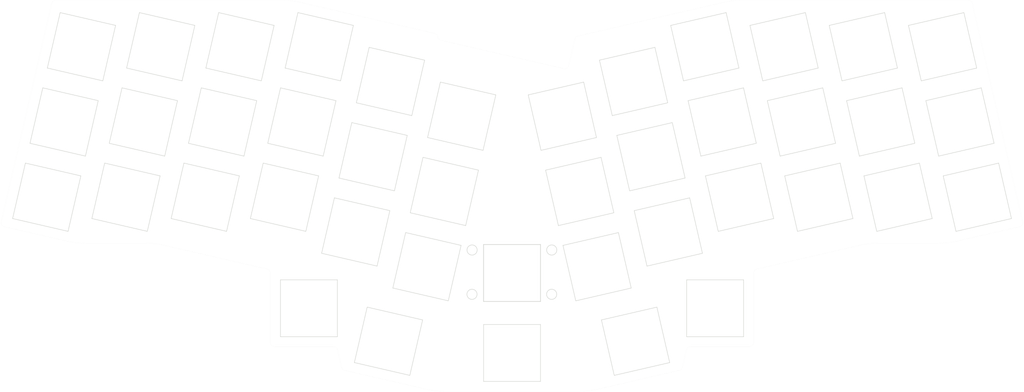
<source format=kicad_pcb>
(kicad_pcb (version 20221018) (generator pcbnew)
  (layers (0 "F.Cu" signal) (31 "B.Cu" signal) (34 "B.Paste" user) (35 "F.Paste" user) (36 "B.SilkS" user "B.Silkscreen") (37 "F.SilkS" user "F.Silkscreen") (38 "B.Mask" user) (39 "F.Mask" user) (44 "Edge.Cuts" user))
  (net 0 "")
  (footprint "kbd:SW_Hole" (layer "F.Cu") (at 147.783703 123.117158)
    (fp_text reference "SW39" hide)
    (fp_text value "SW_2U_PUSH" hide)
    (fp_line (start -7 -7) (end -7 7) (stroke (width 0.12)) (layer "Edge.Cuts"))
    (fp_line (start -7 7) (end 7 7) (stroke (width 0.12)) (layer "Edge.Cuts"))
    (fp_line (start 7 -7) (end -7 -7) (stroke (width 0.12)) (layer "Edge.Cuts"))
    (fp_line (start 7 7) (end 7 -7) (stroke (width 0.12)) (layer "Edge.Cuts"))
  )
  (footprint "kbd:SW_Hole" (layer "F.Cu") (at 197.749557 112.133412)
    (fp_text reference "SW41" hide)
    (fp_text value "SW_PUSH" hide)
    (fp_line (start -7 -7) (end -7 7) (stroke (width 0.12)) (layer "Edge.Cuts"))
    (fp_line (start -7 7) (end 7 7) (stroke (width 0.12)) (layer "Edge.Cuts"))
    (fp_line (start 7 -7) (end -7 -7) (stroke (width 0.12)) (layer "Edge.Cuts"))
    (fp_line (start 7 7) (end 7 -7) (stroke (width 0.12)) (layer "Edge.Cuts"))
  )
  (footprint "kbd:SW_Hole" (layer "F.Cu") (at 97.817844 112.133411)
    (fp_text reference "SW37" hide)
    (fp_text value "SW_PUSH" hide)
    (fp_line (start -7 -7) (end -7 7) (stroke (width 0.12)) (layer "Edge.Cuts"))
    (fp_line (start -7 7) (end 7 7) (stroke (width 0.12)) (layer "Edge.Cuts"))
    (fp_line (start 7 -7) (end -7 -7) (stroke (width 0.12)) (layer "Edge.Cuts"))
    (fp_line (start 7 7) (end 7 -7) (stroke (width 0.12)) (layer "Edge.Cuts"))
  )
  (footprint "kbd:SW_Hole" (layer "F.Cu") (at 131.129333 83.382938 -13)
    (fp_text reference "SW12" hide)
    (fp_text value "SW_PUSH" hide)
    (fp_line (start -7 -7) (end -7 7) (stroke (width 0.12)) (layer "Edge.Cuts"))
    (fp_line (start -7 7) (end 7 7) (stroke (width 0.12)) (layer "Edge.Cuts"))
    (fp_line (start 7 -7) (end -7 -7) (stroke (width 0.12)) (layer "Edge.Cuts"))
    (fp_line (start 7 7) (end 7 -7) (stroke (width 0.12)) (layer "Edge.Cuts"))
  )
  (footprint "kbd:SW_Hole" (layer "F.Cu") (at 126.855263 101.895967 167)
    (fp_text reference "SW18" hide)
    (fp_text value "SW_PUSH" hide)
    (fp_line (start -7 -7) (end -7 7) (stroke (width 0.12)) (layer "Edge.Cuts"))
    (fp_line (start -7 7) (end 7 7) (stroke (width 0.12)) (layer "Edge.Cuts"))
    (fp_line (start 7 -7) (end -7 -7) (stroke (width 0.12)) (layer "Edge.Cuts"))
    (fp_line (start 7 7) (end 7 -7) (stroke (width 0.12)) (layer "Edge.Cuts"))
  )
  (footprint "kbd:SW_Hole" (layer "F.Cu") (at 135.403404 64.869909 -13)
    (fp_text reference "SW6" hide)
    (fp_text value "SW_PUSH" hide)
    (fp_line (start -7 -7) (end -7 7) (stroke (width 0.12)) (layer "Edge.Cuts"))
    (fp_line (start -7 7) (end 7 7) (stroke (width 0.12)) (layer "Edge.Cuts"))
    (fp_line (start 7 -7) (end -7 -7) (stroke (width 0.12)) (layer "Edge.Cuts"))
    (fp_line (start 7 7) (end 7 -7) (stroke (width 0.12)) (layer "Edge.Cuts"))
  )
  (footprint "kbd:SW_Hole" (layer "F.Cu") (at 113.603051 74.834796 -13)
    (fp_text reference "SW11" hide)
    (fp_text value "SW_PUSH" hide)
    (fp_line (start -7 -7) (end -7 7) (stroke (width 0.12)) (layer "Edge.Cuts"))
    (fp_line (start -7 7) (end 7 7) (stroke (width 0.12)) (layer "Edge.Cuts"))
    (fp_line (start 7 -7) (end -7 -7) (stroke (width 0.12)) (layer "Edge.Cuts"))
    (fp_line (start 7 7) (end 7 -7) (stroke (width 0.12)) (layer "Edge.Cuts"))
  )
  (footprint "kbd:SW_Hole" (layer "F.Cu") (at 109.328982 93.347832 -13)
    (fp_text reference "SW17" hide)
    (fp_text value "SW_PUSH" hide)
    (fp_line (start -7 -7) (end -7 7) (stroke (width 0.12)) (layer "Edge.Cuts"))
    (fp_line (start -7 7) (end 7 7) (stroke (width 0.12)) (layer "Edge.Cuts"))
    (fp_line (start 7 -7) (end -7 -7) (stroke (width 0.12)) (layer "Edge.Cuts"))
    (fp_line (start 7 7) (end 7 -7) (stroke (width 0.12)) (layer "Edge.Cuts"))
  )
  (footprint "kbd:SW_Hole" (layer "F.Cu") (at 117.877121 56.32177 -13)
    (fp_text reference "SW5" hide)
    (fp_text value "SW_PUSH" hide)
    (fp_line (start -7 -7) (end -7 7) (stroke (width 0.12)) (layer "Edge.Cuts"))
    (fp_line (start -7 7) (end 7 7) (stroke (width 0.12)) (layer "Edge.Cuts"))
    (fp_line (start 7 -7) (end -7 -7) (stroke (width 0.12)) (layer "Edge.Cuts"))
    (fp_line (start 7 7) (end 7 -7) (stroke (width 0.12)) (layer "Edge.Cuts"))
  )
  (footprint "kbd:SW_Hole" (layer "F.Cu") (at 91.802696 84.799691 -13)
    (fp_text reference "SW16" hide)
    (fp_text value "SW_PUSH" hide)
    (fp_line (start -7 -7) (end -7 7) (stroke (width 0.12)) (layer "Edge.Cuts"))
    (fp_line (start -7 7) (end 7 7) (stroke (width 0.12)) (layer "Edge.Cuts"))
    (fp_line (start 7 -7) (end -7 -7) (stroke (width 0.12)) (layer "Edge.Cuts"))
    (fp_line (start 7 7) (end 7 -7) (stroke (width 0.12)) (layer "Edge.Cuts"))
  )
  (footprint "kbd:SW_Hole" (layer "F.Cu") (at 100.350837 47.773629 -13)
    (fp_text reference "SW4" hide)
    (fp_text value "SW_PUSH" hide)
    (fp_line (start -7 -7) (end -7 7) (stroke (width 0.12)) (layer "Edge.Cuts"))
    (fp_line (start -7 7) (end 7 7) (stroke (width 0.12)) (layer "Edge.Cuts"))
    (fp_line (start 7 -7) (end -7 -7) (stroke (width 0.12)) (layer "Edge.Cuts"))
    (fp_line (start 7 7) (end 7 -7) (stroke (width 0.12)) (layer "Edge.Cuts"))
  )
  (footprint "kbd:SW_Hole" (layer "F.Cu") (at 96.076767 66.28666 -13)
    (fp_text reference "SW10" hide)
    (fp_text value "SW_PUSH" hide)
    (fp_line (start -7 -7) (end -7 7) (stroke (width 0.12)) (layer "Edge.Cuts"))
    (fp_line (start -7 7) (end 7 7) (stroke (width 0.12)) (layer "Edge.Cuts"))
    (fp_line (start 7 -7) (end -7 -7) (stroke (width 0.12)) (layer "Edge.Cuts"))
    (fp_line (start 7 7) (end 7 -7) (stroke (width 0.12)) (layer "Edge.Cuts"))
  )
  (footprint "kbd:SW_Hole" (layer "F.Cu") (at 80.85106 47.773628 -13)
    (fp_text reference "SW3" hide)
    (fp_text value "SW_PUSH" hide)
    (fp_line (start -7 -7) (end -7 7) (stroke (width 0.12)) (layer "Edge.Cuts"))
    (fp_line (start -7 7) (end 7 7) (stroke (width 0.12)) (layer "Edge.Cuts"))
    (fp_line (start 7 -7) (end -7 -7) (stroke (width 0.12)) (layer "Edge.Cuts"))
    (fp_line (start 7 7) (end 7 -7) (stroke (width 0.12)) (layer "Edge.Cuts"))
  )
  (footprint "kbd:SW_Hole" (layer "F.Cu") (at 76.576985 66.286658 -13)
    (fp_text reference "SW9" hide)
    (fp_text value "SW_PUSH" hide)
    (fp_line (start -7 -7) (end -7 7) (stroke (width 0.12)) (layer "Edge.Cuts"))
    (fp_line (start -7 7) (end 7 7) (stroke (width 0.12)) (layer "Edge.Cuts"))
    (fp_line (start 7 -7) (end -7 -7) (stroke (width 0.12)) (layer "Edge.Cuts"))
    (fp_line (start 7 7) (end 7 -7) (stroke (width 0.12)) (layer "Edge.Cuts"))
  )
  (footprint "kbd:SW_Hole" (layer "F.Cu") (at 72.302916 84.799689 -13)
    (fp_text reference "SW15" hide)
    (fp_text value "SW_PUSH" hide)
    (fp_line (start -7 -7) (end -7 7) (stroke (width 0.12)) (layer "Edge.Cuts"))
    (fp_line (start -7 7) (end 7 7) (stroke (width 0.12)) (layer "Edge.Cuts"))
    (fp_line (start 7 -7) (end -7 -7) (stroke (width 0.12)) (layer "Edge.Cuts"))
    (fp_line (start 7 7) (end 7 -7) (stroke (width 0.12)) (layer "Edge.Cuts"))
  )
  (footprint "kbd:SW_Hole" (layer "F.Cu") (at 57.07721 66.286659 -13)
    (fp_text reference "SW8" hide)
    (fp_text value "SW_PUSH" hide)
    (fp_line (start -7 -7) (end -7 7) (stroke (width 0.12)) (layer "Edge.Cuts"))
    (fp_line (start -7 7) (end 7 7) (stroke (width 0.12)) (layer "Edge.Cuts"))
    (fp_line (start 7 -7) (end -7 -7) (stroke (width 0.12)) (layer "Edge.Cuts"))
    (fp_line (start 7 7) (end 7 -7) (stroke (width 0.12)) (layer "Edge.Cuts"))
  )
  (footprint "kbd:SW_Hole" (layer "F.Cu") (at 61.351282 47.773625 -13)
    (fp_text reference "SW2" hide)
    (fp_text value "SW_PUSH" hide)
    (fp_line (start -7 -7) (end -7 7) (stroke (width 0.12)) (layer "Edge.Cuts"))
    (fp_line (start -7 7) (end 7 7) (stroke (width 0.12)) (layer "Edge.Cuts"))
    (fp_line (start 7 -7) (end -7 -7) (stroke (width 0.12)) (layer "Edge.Cuts"))
    (fp_line (start 7 7) (end 7 -7) (stroke (width 0.12)) (layer "Edge.Cuts"))
  )
  (footprint "kbd:SW_Hole" (layer "F.Cu") (at 52.803139 84.799687 -13)
    (fp_text reference "SW14" hide)
    (fp_text value "SW_PUSH" hide)
    (fp_line (start -7 -7) (end -7 7) (stroke (width 0.12)) (layer "Edge.Cuts"))
    (fp_line (start -7 7) (end 7 7) (stroke (width 0.12)) (layer "Edge.Cuts"))
    (fp_line (start 7 -7) (end -7 -7) (stroke (width 0.12)) (layer "Edge.Cuts"))
    (fp_line (start 7 7) (end 7 -7) (stroke (width 0.12)) (layer "Edge.Cuts"))
  )
  (footprint "kbd:SW_Hole" (layer "F.Cu") (at 37.577428 66.286658 -13)
    (fp_text reference "SW7" hide)
    (fp_text value "SW_PUSH" hide)
    (fp_line (start -7 -7) (end -7 7) (stroke (width 0.12)) (layer "Edge.Cuts"))
    (fp_line (start -7 7) (end 7 7) (stroke (width 0.12)) (layer "Edge.Cuts"))
    (fp_line (start 7 -7) (end -7 -7) (stroke (width 0.12)) (layer "Edge.Cuts"))
    (fp_line (start 7 7) (end 7 -7) (stroke (width 0.12)) (layer "Edge.Cuts"))
  )
  (footprint "kbd:SW_Hole" (layer "F.Cu") (at 33.303359 84.799687 -13)
    (fp_text reference "SW13" hide)
    (fp_text value "SW_PUSH" hide)
    (fp_line (start -7 -7) (end -7 7) (stroke (width 0.12)) (layer "Edge.Cuts"))
    (fp_line (start -7 7) (end 7 7) (stroke (width 0.12)) (layer "Edge.Cuts"))
    (fp_line (start 7 -7) (end -7 -7) (stroke (width 0.12)) (layer "Edge.Cuts"))
    (fp_line (start 7 7) (end 7 -7) (stroke (width 0.12)) (layer "Edge.Cuts"))
  )
  (footprint "kbd:SW_Hole" (layer "F.Cu") (at 41.851498 47.77363 -13)
    (fp_text reference "SW1" hide)
    (fp_text value "SW_PUSH" hide)
    (fp_line (start -7 -7) (end -7 7) (stroke (width 0.12)) (layer "Edge.Cuts"))
    (fp_line (start -7 7) (end 7 7) (stroke (width 0.12)) (layer "Edge.Cuts"))
    (fp_line (start 7 -7) (end -7 -7) (stroke (width 0.12)) (layer "Edge.Cuts"))
    (fp_line (start 7 7) (end 7 -7) (stroke (width 0.12)) (layer "Edge.Cuts"))
  )
  (footprint "kbd:SW_Hole" (layer "F.Cu") (at 117.390154 120.236859 -13)
    (fp_text reference "SW38" hide)
    (fp_text value "SW_PUSH" hide)
    (fp_line (start -7 -7) (end -7 7) (stroke (width 0.12)) (layer "Edge.Cuts"))
    (fp_line (start -7 7) (end 7 7) (stroke (width 0.12)) (layer "Edge.Cuts"))
    (fp_line (start 7 -7) (end -7 -7) (stroke (width 0.12)) (layer "Edge.Cuts"))
    (fp_line (start 7 7) (end 7 -7) (stroke (width 0.12)) (layer "Edge.Cuts"))
  )
  (footprint "kbd:SW_Hole" (layer "F.Cu") (at 178.177253 120.236857 13)
    (fp_text reference "SW40" hide)
    (fp_text value "SW_PUSH" hide)
    (fp_line (start -7 -7) (end -7 7) (stroke (width 0.12)) (layer "Edge.Cuts"))
    (fp_line (start -7 7) (end 7 7) (stroke (width 0.12)) (layer "Edge.Cuts"))
    (fp_line (start 7 -7) (end -7 -7) (stroke (width 0.12)) (layer "Edge.Cuts"))
    (fp_line (start 7 7) (end 7 -7) (stroke (width 0.12)) (layer "Edge.Cuts"))
  )
  (footprint "kbd:SW_Hole" (layer "F.Cu") (at 262.264043 84.799694 13)
    (fp_text reference "SW36" hide)
    (fp_text value "SW_PUSH" hide)
    (fp_line (start -7 -7) (end -7 7) (stroke (width 0.12)) (layer "Edge.Cuts"))
    (fp_line (start -7 7) (end 7 7) (stroke (width 0.12)) (layer "Edge.Cuts"))
    (fp_line (start 7 -7) (end -7 -7) (stroke (width 0.12)) (layer "Edge.Cuts"))
    (fp_line (start 7 7) (end 7 -7) (stroke (width 0.12)) (layer "Edge.Cuts"))
  )
  (footprint "kbd:SW_Hole" (layer "F.Cu") (at 234.216125 47.773626 13)
    (fp_text reference "SW23" hide)
    (fp_text value "SW_PUSH" hide)
    (fp_line (start -7 -7) (end -7 7) (stroke (width 0.12)) (layer "Edge.Cuts"))
    (fp_line (start -7 7) (end 7 7) (stroke (width 0.12)) (layer "Edge.Cuts"))
    (fp_line (start 7 -7) (end -7 -7) (stroke (width 0.12)) (layer "Edge.Cuts"))
    (fp_line (start 7 7) (end 7 -7) (stroke (width 0.12)) (layer "Edge.Cuts"))
  )
  (footprint "kbd:SW_Hole" (layer "F.Cu") (at 242.764266 84.799692 13)
    (fp_text reference "SW35" hide)
    (fp_text value "SW_PUSH" hide)
    (fp_line (start -7 -7) (end -7 7) (stroke (width 0.12)) (layer "Edge.Cuts"))
    (fp_line (start -7 7) (end 7 7) (stroke (width 0.12)) (layer "Edge.Cuts"))
    (fp_line (start 7 -7) (end -7 -7) (stroke (width 0.12)) (layer "Edge.Cuts"))
    (fp_line (start 7 7) (end 7 -7) (stroke (width 0.12)) (layer "Edge.Cuts"))
  )
  (footprint "kbd:SW_Hole" (layer "F.Cu") (at 238.490196 66.28666 13)
    (fp_text reference "SW29" hide)
    (fp_text value "SW_PUSH" hide)
    (fp_line (start -7 -7) (end -7 7) (stroke (width 0.12)) (layer "Edge.Cuts"))
    (fp_line (start -7 7) (end 7 7) (stroke (width 0.12)) (layer "Edge.Cuts"))
    (fp_line (start 7 -7) (end -7 -7) (stroke (width 0.12)) (layer "Edge.Cuts"))
    (fp_line (start 7 7) (end 7 -7) (stroke (width 0.12)) (layer "Edge.Cuts"))
  )
  (footprint "kbd:SW_Hole" (layer "F.Cu") (at 253.715903 47.773629 13)
    (fp_text reference "SW24" hide)
    (fp_text value "SW_PUSH" hide)
    (fp_line (start -7 -7) (end -7 7) (stroke (width 0.12)) (layer "Edge.Cuts"))
    (fp_line (start -7 7) (end 7 7) (stroke (width 0.12)) (layer "Edge.Cuts"))
    (fp_line (start 7 -7) (end -7 -7) (stroke (width 0.12)) (layer "Edge.Cuts"))
    (fp_line (start 7 7) (end 7 -7) (stroke (width 0.12)) (layer "Edge.Cuts"))
  )
  (footprint "kbd:SW_Hole" (layer "F.Cu") (at 257.989974 66.286656 13)
    (fp_text reference "SW30" hide)
    (fp_text value "SW_PUSH" hide)
    (fp_line (start -7 -7) (end -7 7) (stroke (width 0.12)) (layer "Edge.Cuts"))
    (fp_line (start -7 7) (end 7 7) (stroke (width 0.12)) (layer "Edge.Cuts"))
    (fp_line (start 7 -7) (end -7 -7) (stroke (width 0.12)) (layer "Edge.Cuts"))
    (fp_line (start 7 7) (end 7 -7) (stroke (width 0.12)) (layer "Edge.Cuts"))
  )
  (footprint "kbd:SW_Hole" (layer "F.Cu") (at 218.990417 66.286659 13)
    (fp_text reference "SW28" hide)
    (fp_text value "SW_PUSH" hide)
    (fp_line (start -7 -7) (end -7 7) (stroke (width 0.12)) (layer "Edge.Cuts"))
    (fp_line (start -7 7) (end 7 7) (stroke (width 0.12)) (layer "Edge.Cuts"))
    (fp_line (start 7 -7) (end -7 -7) (stroke (width 0.12)) (layer "Edge.Cuts"))
    (fp_line (start 7 7) (end 7 -7) (stroke (width 0.12)) (layer "Edge.Cuts"))
  )
  (footprint "kbd:SW_Hole" (layer "F.Cu") (at 223.264488 84.79969 13)
    (fp_text reference "SW34" hide)
    (fp_text value "SW_PUSH" hide)
    (fp_line (start -7 -7) (end -7 7) (stroke (width 0.12)) (layer "Edge.Cuts"))
    (fp_line (start -7 7) (end 7 7) (stroke (width 0.12)) (layer "Edge.Cuts"))
    (fp_line (start 7 -7) (end -7 -7) (stroke (width 0.12)) (layer "Edge.Cuts"))
    (fp_line (start 7 7) (end 7 -7) (stroke (width 0.12)) (layer "Edge.Cuts"))
  )
  (footprint "kbd:SW_Hole" (layer "F.Cu") (at 214.716348 47.773628 13)
    (fp_text reference "SW22" hide)
    (fp_text value "SW_PUSH" hide)
    (fp_line (start -7 -7) (end -7 7) (stroke (width 0.12)) (layer "Edge.Cuts"))
    (fp_line (start -7 7) (end 7 7) (stroke (width 0.12)) (layer "Edge.Cuts"))
    (fp_line (start 7 -7) (end -7 -7) (stroke (width 0.12)) (layer "Edge.Cuts"))
    (fp_line (start 7 7) (end 7 -7) (stroke (width 0.12)) (layer "Edge.Cuts"))
  )
  (footprint "kbd:SW_Hole" (layer "F.Cu") (at 195.216569 47.773631 13)
    (fp_text reference "SW21" hide)
    (fp_text value "SW_PUSH" hide)
    (fp_line (start -7 -7) (end -7 7) (stroke (width 0.12)) (layer "Edge.Cuts"))
    (fp_line (start -7 7) (end 7 7) (stroke (width 0.12)) (layer "Edge.Cuts"))
    (fp_line (start 7 -7) (end -7 -7) (stroke (width 0.12)) (layer "Edge.Cuts"))
    (fp_line (start 7 7) (end 7 -7) (stroke (width 0.12)) (layer "Edge.Cuts"))
  )
  (footprint "kbd:SW_Hole" (layer "F.Cu") (at 199.490638 66.286659 13)
    (fp_text reference "SW27" hide)
    (fp_text value "SW_PUSH" hide)
    (fp_line (start -7 -7) (end -7 7) (stroke (width 0.12)) (layer "Edge.Cuts"))
    (fp_line (start -7 7) (end 7 7) (stroke (width 0.12)) (layer "Edge.Cuts"))
    (fp_line (start 7 -7) (end -7 -7) (stroke (width 0.12)) (layer "Edge.Cuts"))
    (fp_line (start 7 7) (end 7 -7) (stroke (width 0.12)) (layer "Edge.Cuts"))
  )
  (footprint "kbd:SW_Hole" (layer "F.Cu") (at 203.764709 84.799692 13)
    (fp_text reference "SW33" hide)
    (fp_text value "SW_PUSH" hide)
    (fp_line (start -7 -7) (end -7 7) (stroke (width 0.12)) (layer "Edge.Cuts"))
    (fp_line (start -7 7) (end 7 7) (stroke (width 0.12)) (layer "Edge.Cuts"))
    (fp_line (start 7 -7) (end -7 -7) (stroke (width 0.12)) (layer "Edge.Cuts"))
    (fp_line (start 7 7) (end 7 -7) (stroke (width 0.12)) (layer "Edge.Cuts"))
  )
  (footprint "kbd:SW_Hole" (layer "F.Cu") (at 186.238423 93.34783 13)
    (fp_text reference "SW32" hide)
    (fp_text value "SW_PUSH" hide)
    (fp_line (start -7 -7) (end -7 7) (stroke (width 0.12)) (layer "Edge.Cuts"))
    (fp_line (start -7 7) (end 7 7) (stroke (width 0.12)) (layer "Edge.Cuts"))
    (fp_line (start 7 -7) (end -7 -7) (stroke (width 0.12)) (layer "Edge.Cuts"))
    (fp_line (start 7 7) (end 7 -7) (stroke (width 0.12)) (layer "Edge.Cuts"))
  )
  (footprint "kbd:SW_Hole" (layer "F.Cu") (at 177.690283 56.321769 13)
    (fp_text reference "SW20" hide)
    (fp_text value "SW_PUSH" hide)
    (fp_line (start -7 -7) (end -7 7) (stroke (width 0.12)) (layer "Edge.Cuts"))
    (fp_line (start -7 7) (end 7 7) (stroke (width 0.12)) (layer "Edge.Cuts"))
    (fp_line (start 7 -7) (end -7 -7) (stroke (width 0.12)) (layer "Edge.Cuts"))
    (fp_line (start 7 7) (end 7 -7) (stroke (width 0.12)) (layer "Edge.Cuts"))
  )
  (footprint "kbd:SW_Hole" (layer "F.Cu") (at 181.964354 74.834796 13)
    (fp_text reference "SW26" hide)
    (fp_text value "SW_PUSH" hide)
    (fp_line (start -7 -7) (end -7 7) (stroke (width 0.12)) (layer "Edge.Cuts"))
    (fp_line (start -7 7) (end 7 7) (stroke (width 0.12)) (layer "Edge.Cuts"))
    (fp_line (start 7 -7) (end -7 -7) (stroke (width 0.12)) (layer "Edge.Cuts"))
    (fp_line (start 7 7) (end 7 -7) (stroke (width 0.12)) (layer "Edge.Cuts"))
  )
  (footprint "kbd:SW_Hole" (layer "F.Cu") (at 164.438072 83.382939 13)
    (fp_text reference "SW25" hide)
    (fp_text value "SW_PUSH" hide)
    (fp_line (start -7 -7) (end -7 7) (stroke (width 0.12)) (layer "Edge.Cuts"))
    (fp_line (start -7 7) (end 7 7) (stroke (width 0.12)) (layer "Edge.Cuts"))
    (fp_line (start 7 -7) (end -7 -7) (stroke (width 0.12)) (layer "Edge.Cuts"))
    (fp_line (start 7 7) (end 7 -7) (stroke (width 0.12)) (layer "Edge.Cuts"))
  )
  (footprint "kbd:SW_Hole" (layer "F.Cu") (at 168.712141 101.895972 13)
    (fp_text reference "SW31" hide)
    (fp_text value "SW_PUSH" hide)
    (fp_line (start -7 -7) (end -7 7) (stroke (width 0.12)) (layer "Edge.Cuts"))
    (fp_line (start -7 7) (end 7 7) (stroke (width 0.12)) (layer "Edge.Cuts"))
    (fp_line (start 7 -7) (end -7 -7) (stroke (width 0.12)) (layer "Edge.Cuts"))
    (fp_line (start 7 7) (end 7 -7) (stroke (width 0.12)) (layer "Edge.Cuts"))
  )
  (footprint "kbd:SW_Hole" (layer "F.Cu") (at 160.164 64.869905 13)
    (fp_text reference "SW19" hide)
    (fp_text value "SW_PUSH" hide)
    (fp_line (start -7 -7) (end -7 7) (stroke (width 0.12)) (layer "Edge.Cuts"))
    (fp_line (start -7 7) (end 7 7) (stroke (width 0.12)) (layer "Edge.Cuts"))
    (fp_line (start 7 -7) (end -7 -7) (stroke (width 0.12)) (layer "Edge.Cuts"))
    (fp_line (start 7 7) (end 7 -7) (stroke (width 0.12)) (layer "Edge.Cuts"))
  )
  (footprint "holykeebs:M2_HOLE_NPH" (layer "F.Cu") (at 210.74 72.19)
    (fp_text reference "REF**" hide)
    (fp_text value "M2_HOLE_NPH" hide)
    (pad "" np_thru_hole circle (at 0 0) (size 2.3 2.3) (drill 2.3) (layers "*.Cu" "*.Mask"))
  )
  (footprint "holykeebs:M2_HOLE_NPH" (layer "F.Cu") (at 187.69 111.6)
    (fp_text reference "REF**" hide)
    (fp_text value "M2_HOLE_NPH" hide)
    (pad "" np_thru_hole circle (at 0 0) (size 2.3 2.3) (drill 2.3) (layers "*.Cu" "*.Mask"))
  )
  (footprint "holykeebs:M2_HOLE_NPH" (layer "F.Cu") (at 252.81 86.21)
    (fp_text reference "REF**" hide)
    (fp_text value "M2_HOLE_NPH" hide)
    (pad "" np_thru_hole circle (at 0 0) (size 2.3 2.3) (drill 2.3) (layers "*.Cu" "*.Mask"))
  )
  (footprint "pimoroni:pim447" (layer "F.Cu") (at 152.873703 90.436913 180)
    (fp_text reference "U2")
    (fp_text value "~" hide)
    (fp_line (start -1.91 -20) (end 12.09 -20) (stroke (width 0.15)) (layer "Edge.Cuts"))
    (fp_line (start -1.91 -6) (end -1.91 -20) (stroke (width 0.15)) (layer "Edge.Cuts"))
    (fp_line (start 12.09 -20) (end 12.09 -6) (stroke (width 0.15)) (layer "Edge.Cuts"))
    (fp_line (start 12.09 -6) (end -1.91 -6) (stroke (width 0.15)) (layer "Edge.Cuts"))
    (fp_circle (center -4.68 -7.35) (end -3.43 -7.35) (stroke (width 0.12)) (fill none) (layer "Edge.Cuts"))
    (fp_circle (center -4.66 -18.25) (end -3.41 -18.25) (stroke (width 0.12)) (fill none) (layer "Edge.Cuts"))
    (fp_circle (center 14.92 -7.35) (end 16.17 -7.35) (stroke (width 0.12)) (fill none) (layer "Edge.Cuts"))
    (fp_circle (center 14.94 -18.25) (end 16.19 -18.25) (stroke (width 0.12)) (fill none) (layer "Edge.Cuts"))
  )
  (footprint "holykeebs:M2_HOLE_NPH" (layer "F.Cu") (at 164.53 117.76)
    (fp_text reference "REF**" hide)
    (fp_text value "M2_HOLE_NPH" hide)
    (pad "" np_thru_hole circle (at 0 0) (size 2.3 2.3) (drill 2.3) (layers "*.Cu" "*.Mask"))
  )
  (footprint "holykeebs:M2_HOLE_NPH" (layer "F.Cu") (at 147.783703 91.01)
    (fp_text reference "REF**" hide)
    (fp_text value "M2_HOLE_NPH" hide)
    (pad "" np_thru_hole circle (at 0 -8) (size 2.3 2.3) (drill 2.3) (layers "*.Cu" "*.Mask"))
  )
  (footprint "holykeebs:M2_HOLE_NPH" (layer "F.Cu") (at 245.64 55.77)
    (fp_text reference "REF**" hide)
    (fp_text value "M2_HOLE_NPH" hide)
    (pad "" np_thru_hole circle (at 0 0) (size 2.3 2.3) (drill 2.3) (layers "*.Cu" "*.Mask"))
  )
  (footprint "holykeebs:M2_HOLE_NPH" (layer "F.Cu") (at 170.95 69.98)
    (fp_text reference "REF**" hide)
    (fp_text value "M2_HOLE_NPH" hide)
    (pad "" np_thru_hole circle (at 0 0) (size 2.3 2.3) (drill 2.3) (layers "*.Cu" "*.Mask"))
  )
  (footprint "holykeebs:M2_HOLE_NPH" (layer "B.Cu") (at 84.83 72.2 180)
    (fp_text reference "REF**" hide)
    (fp_text value "M2_HOLE_NPH" hide)
    (pad "" np_thru_hole circle (at 0 0 180) (size 2.3 2.3) (drill 2.3) (layers "*.Cu" "*.Mask"))
  )
  (footprint "holykeebs:M2_HOLE_NPH" (layer "B.Cu") (at 42.76 86.22 180)
    (fp_text reference "REF**" hide)
    (fp_text value "M2_HOLE_NPH" hide)
    (pad "" np_thru_hole circle (at 0 0 180) (size 2.3 2.3) (drill 2.3) (layers "*.Cu" "*.Mask"))
  )
  (footprint "holykeebs:M2_HOLE_NPH" (layer "B.Cu") (at 124.62 69.99 180)
    (fp_text reference "REF**" hide)
    (fp_text value "M2_HOLE_NPH" hide)
    (pad "" np_thru_hole circle (at 0 0 180) (size 2.3 2.3) (drill 2.3) (layers "*.Cu" "*.Mask"))
  )
  (footprint "holykeebs:M2_HOLE_NPH" (layer "B.Cu") (at 131.04 117.77 180)
    (fp_text reference "REF**" hide)
    (fp_text value "M2_HOLE_NPH" hide)
    (pad "" np_thru_hole circle (at 0 0 180) (size 2.3 2.3) (drill 2.3) (layers "*.Cu" "*.Mask"))
  )
  (footprint "holykeebs:M2_HOLE_NPH" (layer "B.Cu") (at 49.93 55.78 180)
    (fp_text reference "REF**" hide)
    (fp_text value "M2_HOLE_NPH" hide)
    (pad "" np_thru_hole circle (at 0 0 180) (size 2.3 2.3) (drill 2.3) (layers "*.Cu" "*.Mask"))
  )
  (footprint "holykeebs:M2_HOLE_NPH" (layer "B.Cu") (at 107.88 111.61 180)
    (fp_text reference "REF**" hide)
    (fp_text value "M2_HOLE_NPH" hide)
    (pad "" np_thru_hole circle (at 0 0 180) (size 2.3 2.3) (drill 2.3) (layers "*.Cu" "*.Mask"))
  )
  (gr_line (start 34.698699 36.708958) (end 34.604306 36.875798) (stroke (width 0.01)) (layer "Edge.Cuts"))
  (gr_line (start 35.143244 36.355351) (end 34.973212 36.443864) (stroke (width 0.01)) (layer "Edge.Cuts"))
  (gr_line (start 92.755689 36.364846) (end 91.850297 36.303123) (stroke (width 0.01)) (layer "Edge.Cuts"))
  (gr_line (start 189.291288 127.250609) (end 189.434361 127.131953) (stroke (width 0.01)) (layer "Edge.Cuts"))
  (gr_line (start 91.850297 36.303123) (end 90.943036 36.282535) (stroke (width 0.01)) (layer "Edge.Cuts"))
  (gr_line (start 104.564975 121.816529) (end 104.689468 121.962292) (stroke (width 0.01)) (layer "Edge.Cuts"))
  (gr_line (start 104.689468 121.962292) (end 104.783862 122.129132) (stroke (width 0.01)) (layer "Edge.Cuts"))
  (gr_line (start 273.448204 91.041671) (end 273.423035 90.847258) (stroke (width 0.01)) (layer "Edge.Cuts"))
  (gr_line (start 207.220535 120.730868) (end 207.239954 120.535869) (stroke (width 0.01)) (layer "Edge.Cuts"))
  (gr_line (start 273.177047 91.757403) (end 273.296725 91.602137) (stroke (width 0.01)) (layer "Edge.Cuts"))
  (gr_line (start 260.221143 36.300914) (end 260.03034 36.282535) (stroke (width 0.01)) (layer "Edge.Cuts"))
  (gr_line (start 200.99477 36.6111) (end 200.106132 36.795133) (stroke (width 0.01)) (layer "Edge.Cuts"))
  (gr_line (start 237.913889 96.095698) (end 252.856242 96.095698) (stroke (width 0.01)) (layer "Edge.Cuts"))
  (gr_line (start 39.977637 95.910656) (end 40.879296 96.013387) (stroke (width 0.01)) (layer "Edge.Cuts"))
  (gr_arc (start 128.736004 44.481646) (mid 129.253231 44.785798) (end 129.503239 45.331256) (stroke (width 0.01)) (layer "Edge.Cuts"))
  (gr_line (start 207.520618 102.752036) (end 207.666381 102.627542) (stroke (width 0.01)) (layer "Edge.Cuts"))
  (gr_line (start 201.890841 36.46757) (end 200.99477 36.6111) (stroke (width 0.01)) (layer "Edge.Cuts"))
  (gr_line (start 89.113146 121.516654) (end 89.308236 121.535869) (stroke (width 0.01)) (layer "Edge.Cuts"))
  (gr_line (start 165.402642 132.499022) (end 166.308033 132.437297) (stroke (width 0.01)) (layer "Edge.Cuts"))
  (gr_line (start 41.784688 96.07511) (end 42.691948 96.095698) (stroke (width 0.01)) (layer "Edge.Cuts"))
  (gr_line (start 35.327041 36.300908) (end 35.143244 36.355351) (stroke (width 0.01)) (layer "Edge.Cuts"))
  (gr_line (start 34.823193 36.563195) (end 34.698699 36.708958) (stroke (width 0.01)) (layer "Edge.Cuts"))
  (gr_line (start 106.419384 127.340888) (end 106.595848 127.399362) (stroke (width 0.01)) (layer "Edge.Cuts"))
  (gr_line (start 57.634302 96.095698) (end 58.541562 96.116287) (stroke (width 0.01)) (layer "Edge.Cuts"))
  (gr_line (start 190.858752 121.962305) (end 190.983238 121.816541) (stroke (width 0.01)) (layer "Edge.Cuts"))
  (gr_line (start 189.553028 126.988888) (end 189.643198 126.82635) (stroke (width 0.01)) (layer "Edge.Cuts"))
  (gr_line (start 22.251477 91.602129) (end 22.371154 91.757393) (stroke (width 0.01)) (layer "Edge.Cuts"))
  (gr_line (start 253.763502 96.075112) (end 254.668893 96.013385) (stroke (width 0.01)) (layer "Edge.Cuts"))
  (gr_line (start 207.239954 103.446688) (end 207.258321 103.25588) (stroke (width 0.01)) (layer "Edge.Cuts"))
  (gr_line (start 88.146907 102.902048) (end 88.235421 103.072081) (stroke (width 0.01)) (layer "Edge.Cuts"))
  (gr_line (start 166.308033 132.437297) (end 167.209693 132.334566) (stroke (width 0.01)) (layer "Edge.Cuts"))
  (gr_line (start 260.03034 36.282535) (end 204.605154 36.282535) (stroke (width 0.01)) (layer "Edge.Cuts"))
  (gr_line (start 191.133251 121.697208) (end 191.303277 121.608692) (stroke (width 0.01)) (layer "Edge.Cuts"))
  (gr_line (start 236.101237 96.17801) (end 237.006629 96.116287) (stroke (width 0.01)) (layer "Edge.Cuts"))
  (gr_line (start 233.414868 96.608297) (end 234.303506 96.424269) (stroke (width 0.01)) (layer "Edge.Cuts"))
  (gr_line (start 204.605154 36.282535) (end 203.697894 36.303118) (stroke (width 0.01)) (layer "Edge.Cuts"))
  (gr_line (start 191.677874 121.535869) (end 206.239954 121.535869) (stroke (width 0.01)) (layer "Edge.Cuts"))
  (gr_line (start 22.371154 91.757393) (end 22.518822 91.886326) (stroke (width 0.01)) (layer "Edge.Cuts"))
  (gr_line (start 88.925552 121.459749) (end 89.113146 121.516654) (stroke (width 0.01)) (layer "Edge.Cuts"))
  (gr_line (start 22.099991 91.041671) (end 22.113239 91.237257) (stroke (width 0.01)) (layer "Edge.Cuts"))
  (gr_line (start 131.052808 132.519614) (end 164.495382 132.519614) (stroke (width 0.01)) (layer "Edge.Cuts"))
  (gr_line (start 34.604306 36.875798) (end 34.54348 37.057583) (stroke (width 0.01)) (layer "Edge.Cuts"))
  (gr_line (start 206.946695 121.242588) (end 207.071042 121.091129) (stroke (width 0.01)) (layer "Edge.Cuts"))
  (gr_line (start 189.643198 126.82635) (end 189.701761 126.649943) (stroke (width 0.01)) (layer "Edge.Cuts"))
  (gr_line (start 260.404934 36.355363) (end 260.221143 36.300914) (stroke (width 0.01)) (layer "Edge.Cuts"))
  (gr_line (start 42.691948 96.095698) (end 57.634302 96.095698) (stroke (width 0.01)) (layer "Edge.Cuts"))
  (gr_arc (start 130.270475 46.180866) (mid 129.753237 45.87672) (end 129.503239 45.331256) (stroke (width 0.01)) (layer "Edge.Cuts"))
  (gr_line (start 160.536829 53.168405) (end 130.270475 46.180866) (stroke (width 0.01)) (layer "Edge.Cuts"))
  (gr_line (start 88.289864 103.255879) (end 88.308236 103.446688) (stroke (width 0.01)) (layer "Edge.Cuts"))
  (gr_line (start 104.061125 121.554241) (end 104.244923 121.608685) (stroke (width 0.01)) (layer "Edge.Cuts"))
  (gr_line (start 22.164389 91.426501) (end 22.251477 91.602129) (stroke (width 0.01)) (layer "Edge.Cuts"))
  (gr_line (start 105.995028 126.988999) (end 106.113692 127.132099) (stroke (width 0.01)) (layer "Edge.Cuts"))
  (gr_line (start 237.006629 96.116287) (end 237.913889 96.095698) (stroke (width 0.01)) (layer "Edge.Cuts"))
  (gr_line (start 105.846429 126.649943) (end 105.904903 126.826407) (stroke (width 0.01)) (layer "Edge.Cuts"))
  (gr_line (start 34.973212 36.443864) (end 34.823193 36.563195) (stroke (width 0.01)) (layer "Edge.Cuts"))
  (gr_line (start 190.983238 121.816541) (end 191.133251 121.697208) (stroke (width 0.01)) (layer "Edge.Cuts"))
  (gr_line (start 272.673616 92.046579) (end 272.859389 91.983982) (stroke (width 0.01)) (layer "Edge.Cuts"))
  (gr_line (start 88.327451 120.730959) (end 88.384356 120.918553) (stroke (width 0.01)) (layer "Edge.Cuts"))
  (gr_line (start 88.235421 103.072081) (end 88.289864 103.255879) (stroke (width 0.01)) (layer "Edge.Cuts"))
  (gr_line (start 257.355263 95.5831) (end 272.673616 92.046579) (stroke (width 0.01)) (layer "Edge.Cuts"))
  (gr_line (start 163.245449 45.881496) (end 161.73615 52.418986) (stroke (width 0.01)) (layer "Edge.Cuts"))
  (gr_line (start 34.54348 37.057583) (end 22.125155 90.847258) (stroke (width 0.01)) (layer "Edge.Cuts"))
  (gr_line (start 106.256792 127.250763) (end 106.419384 127.340888) (stroke (width 0.01)) (layer "Edge.Cuts"))
  (gr_line (start 234.303506 96.424269) (end 235.199578 96.280742) (stroke (width 0.01)) (layer "Edge.Cuts"))
  (gr_line (start 88.752666 121.367339) (end 88.925552 121.459749) (stroke (width 0.01)) (layer "Edge.Cuts"))
  (gr_line (start 38.192927 95.5831) (end 39.081565 95.767128) (stroke (width 0.01)) (layer "Edge.Cuts"))
  (gr_line (start 188.952342 127.399362) (end 189.128743 127.340767) (stroke (width 0.01)) (layer "Edge.Cuts"))
  (gr_line (start 61.244685 96.424269) (end 62.133323 96.608297) (stroke (width 0.01)) (layer "Edge.Cuts"))
  (gr_line (start 104.244923 121.608685) (end 104.414955 121.697198) (stroke (width 0.01)) (layer "Edge.Cuts"))
  (gr_line (start 255.570553 95.910652) (end 256.466624 95.767125) (stroke (width 0.01)) (layer "Edge.Cuts"))
  (gr_line (start 168.994403 132.007015) (end 188.952342 127.399362) (stroke (width 0.01)) (layer "Edge.Cuts"))
  (gr_line (start 105.904903 126.826407) (end 105.995028 126.988999) (stroke (width 0.01)) (layer "Edge.Cuts"))
  (gr_line (start 87.533187 102.472318) (end 87.714973 102.533142) (stroke (width 0.01)) (layer "Edge.Cuts"))
  (gr_line (start 207.666381 102.627542) (end 207.833219 102.533147) (stroke (width 0.01)) (layer "Edge.Cuts"))
  (gr_line (start 106.595848 127.399362) (end 126.553787 132.007015) (stroke (width 0.01)) (layer "Edge.Cuts"))
  (gr_line (start 189.701761 126.649943) (end 190.703504 122.310918) (stroke (width 0.01)) (layer "Edge.Cuts"))
  (gr_line (start 129.240156 132.437302) (end 130.145548 132.499025) (stroke (width 0.01)) (layer "Edge.Cuts"))
  (gr_line (start 168.105764 132.19104) (end 168.994403 132.007015) (stroke (width 0.01)) (layer "Edge.Cuts"))
  (gr_line (start 106.113692 127.132099) (end 106.256792 127.250763) (stroke (width 0.01)) (layer "Edge.Cuts"))
  (gr_line (start 127.442425 132.191043) (end 128.338497 132.334571) (stroke (width 0.01)) (layer "Edge.Cuts"))
  (gr_line (start 103.870316 121.535869) (end 104.061125 121.554241) (stroke (width 0.01)) (layer "Edge.Cuts"))
  (gr_line (start 104.783862 122.129132) (end 104.844686 122.310918) (stroke (width 0.01)) (layer "Edge.Cuts"))
  (gr_line (start 261.00471 37.057583) (end 260.943847 36.875811) (stroke (width 0.01)) (layer "Edge.Cuts"))
  (gr_line (start 88.601129 121.242976) (end 88.752666 121.367339) (stroke (width 0.01)) (layer "Edge.Cuts"))
  (gr_line (start 62.133323 96.608297) (end 87.533187 102.472318) (stroke (width 0.01)) (layer "Edge.Cuts"))
  (gr_line (start 206.62244 121.459371) (end 206.795227 121.366924) (stroke (width 0.01)) (layer "Edge.Cuts"))
  (gr_line (start 104.844686 122.310918) (end 105.846429 126.649943) (stroke (width 0.01)) (layer "Edge.Cuts"))
  (gr_line (start 164.495382 132.519614) (end 165.402642 132.499022) (stroke (width 0.01)) (layer "Edge.Cuts"))
  (gr_line (start 256.466624 95.767125) (end 257.355263 95.5831) (stroke (width 0.01)) (layer "Edge.Cuts"))
  (gr_line (start 128.338497 132.334571) (end 129.240156 132.437302) (stroke (width 0.01)) (layer "Edge.Cuts"))
  (gr_line (start 273.296725 91.602137) (end 273.383812 91.426506) (stroke (width 0.01)) (layer "Edge.Cuts"))
  (gr_line (start 260.574959 36.44388) (end 260.404934 36.355363) (stroke (width 0.01)) (layer "Edge.Cuts"))
  (gr_line (start 59.446954 96.17801) (end 60.348613 96.280741) (stroke (width 0.01)) (layer "Edge.Cuts"))
  (gr_line (start 207.071042 121.091129) (end 207.163503 120.91835) (stroke (width 0.01)) (layer "Edge.Cuts"))
  (gr_line (start 22.125155 90.847258) (end 22.099991 91.041671) (stroke (width 0.01)) (layer "Edge.Cuts"))
  (gr_line (start 273.383812 91.426506) (end 273.43496 91.23726) (stroke (width 0.01)) (layer "Edge.Cuts"))
  (gr_line (start 207.239954 120.535869) (end 207.239954 103.446688) (stroke (width 0.01)) (layer "Edge.Cuts"))
  (gr_line (start 126.553787 132.007015) (end 127.442425 132.191043) (stroke (width 0.01)) (layer "Edge.Cuts"))
  (gr_line (start 191.48707 121.554246) (end 191.677874 121.535869) (stroke (width 0.01)) (layer "Edge.Cuts"))
  (gr_line (start 207.401286 102.902054) (end 207.520618 102.752036) (stroke (width 0.01)) (layer "Edge.Cuts"))
  (gr_line (start 190.764366 122.129145) (end 190.858752 121.962305) (stroke (width 0.01)) (layer "Edge.Cuts"))
  (gr_line (start 167.209693 132.334566) (end 168.105764 132.19104) (stroke (width 0.01)) (layer "Edge.Cuts"))
  (gr_line (start 200.106132 36.795133) (end 163.994868 45.132077) (stroke (width 0.01)) (layer "Edge.Cuts"))
  (gr_line (start 189.128743 127.340767) (end 189.291288 127.250609) (stroke (width 0.01)) (layer "Edge.Cuts"))
  (gr_line (start 58.541562 96.116287) (end 59.446954 96.17801) (stroke (width 0.01)) (layer "Edge.Cuts"))
  (gr_line (start 93.657348 36.467577) (end 92.755689 36.364846) (stroke (width 0.01)) (layer "Edge.Cuts"))
  (gr_line (start 39.081565 95.767128) (end 39.977637 95.910656) (stroke (width 0.01)) (layer "Edge.Cuts"))
  (gr_line (start 202.792502 36.364839) (end 201.890841 36.46757) (stroke (width 0.01)) (layer "Edge.Cuts"))
  (gr_line (start 40.879296 96.013387) (end 41.784688 96.07511) (stroke (width 0.01)) (layer "Edge.Cuts"))
  (gr_line (start 260.943847 36.875811) (end 260.849459 36.708974) (stroke (width 0.01)) (layer "Edge.Cuts"))
  (gr_line (start 128.736004 44.481646) (end 95.442058 36.795133) (stroke (width 0.01)) (layer "Edge.Cuts"))
  (gr_line (start 273.43496 91.23726) (end 273.448204 91.041671) (stroke (width 0.01)) (layer "Edge.Cuts"))
  (gr_line (start 22.518822 91.886326) (end 22.688807 91.983972) (stroke (width 0.01)) (layer "Edge.Cuts"))
  (gr_line (start 88.384356 120.918553) (end 88.476766 121.091439) (stroke (width 0.01)) (layer "Edge.Cuts"))
  (gr_line (start 87.881813 102.627535) (end 88.027577 102.752029) (stroke (width 0.01)) (layer "Edge.Cuts"))
  (gr_line (start 130.145548 132.499025) (end 131.052808 132.519614) (stroke (width 0.01)) (layer "Edge.Cuts"))
  (gr_line (start 207.258321 103.25588) (end 207.31277 103.072084) (stroke (width 0.01)) (layer "Edge.Cuts"))
  (gr_line (start 88.476766 121.091439) (end 88.601129 121.242976) (stroke (width 0.01)) (layer "Edge.Cuts"))
  (gr_line (start 252.856242 96.095698) (end 253.763502 96.075112) (stroke (width 0.01)) (layer "Edge.Cuts"))
  (gr_line (start 206.795227 121.366924) (end 206.946695 121.242588) (stroke (width 0.01)) (layer "Edge.Cuts"))
  (gr_line (start 190.703504 122.310918) (end 190.764366 122.129145) (stroke (width 0.01)) (layer "Edge.Cuts"))
  (gr_line (start 191.303277 121.608692) (end 191.48707 121.554246) (stroke (width 0.01)) (layer "Edge.Cuts"))
  (gr_line (start 273.029376 91.886336) (end 273.177047 91.757403) (stroke (width 0.01)) (layer "Edge.Cuts"))
  (gr_line (start 88.308236 120.535869) (end 88.327451 120.730959) (stroke (width 0.01)) (layer "Edge.Cuts"))
  (gr_line (start 254.668893 96.013385) (end 255.570553 95.910652) (stroke (width 0.01)) (layer "Edge.Cuts"))
  (gr_line (start 189.434361 127.131953) (end 189.553028 126.988888) (stroke (width 0.01)) (layer "Edge.Cuts"))
  (gr_line (start 95.442058 36.795133) (end 94.55342 36.611105) (stroke (width 0.01)) (layer "Edge.Cuts"))
  (gr_line (start 260.849459 36.708974) (end 260.724972 36.563212) (stroke (width 0.01)) (layer "Edge.Cuts"))
  (gr_line (start 208.015003 102.472318) (end 233.414868 96.608297) (stroke (width 0.01)) (layer "Edge.Cuts"))
  (gr_arc (start 161.73615 52.418986) (mid 161.291693 53.042066) (end 160.536829 53.168405) (stroke (width 0.01)) (layer "Edge.Cuts"))
  (gr_line (start 35.51785 36.282535) (end 35.327041 36.300908) (stroke (width 0.01)) (layer "Edge.Cuts"))
  (gr_line (start 206.434955 121.51639) (end 206.62244 121.459371) (stroke (width 0.01)) (layer "Edge.Cuts"))
  (gr_line (start 235.199578 96.280742) (end 236.101237 96.17801) (stroke (width 0.01)) (layer "Edge.Cuts"))
  (gr_line (start 207.833219 102.533147) (end 208.015003 102.472318) (stroke (width 0.01)) (layer "Edge.Cuts"))
  (gr_line (start 260.724972 36.563212) (end 260.574959 36.44388) (stroke (width 0.01)) (layer "Edge.Cuts"))
  (gr_line (start 87.714973 102.533142) (end 87.881813 102.627535) (stroke (width 0.01)) (layer "Edge.Cuts"))
  (gr_line (start 272.859389 91.983982) (end 273.029376 91.886336) (stroke (width 0.01)) (layer "Edge.Cuts"))
  (gr_line (start 88.027577 102.752029) (end 88.146907 102.902048) (stroke (width 0.01)) (layer "Edge.Cuts"))
  (gr_arc (start 163.245449 45.881496) (mid 163.512706 45.399334) (end 163.994868 45.132077) (stroke (width 0.01)) (layer "Edge.Cuts"))
  (gr_line (start 22.113239 91.237257) (end 22.164389 91.426501) (stroke (width 0.01)) (layer "Edge.Cuts"))
  (gr_line (start 104.414955 121.697198) (end 104.564975 121.816529) (stroke (width 0.01)) (layer "Edge.Cuts"))
  (gr_line (start 88.308236 103.446688) (end 88.308236 120.535869) (stroke (width 0.01)) (layer "Edge.Cuts"))
  (gr_line (start 60.348613 96.280741) (end 61.244685 96.424269) (stroke (width 0.01)) (layer "Edge.Cuts"))
  (gr_line (start 207.31277 103.072084) (end 207.401286 102.902054) (stroke (width 0.01)) (layer "Edge.Cuts"))
  (gr_line (start 22.874574 92.046579) (end 38.192927 95.5831) (stroke (width 0.01)) (layer "Edge.Cuts"))
  (gr_line (start 89.308236 121.535869) (end 103.870316 121.535869) (stroke (width 0.01)) (layer "Edge.Cuts"))
  (gr_line (start 206.239954 121.535869) (end 206.434955 121.51639) (stroke (width 0.01)) (layer "Edge.Cuts"))
  (gr_line (start 207.163503 120.91835) (end 207.220535 120.730868) (stroke (width 0.01)) (layer "Edge.Cuts"))
  (gr_line (start 22.688807 91.983972) (end 22.874574 92.046579) (stroke (width 0.01)) (layer "Edge.Cuts"))
  (gr_line (start 94.55342 36.611105) (end 93.657348 36.467577) (stroke (width 0.01)) (layer "Edge.Cuts"))
  (gr_line (start 273.423035 90.847258) (end 261.00471 37.057583) (stroke (width 0.01)) (layer "Edge.Cuts"))
  (gr_line (start 90.943036 36.282535) (end 35.51785 36.282535) (stroke (width 0.01)) (layer "Edge.Cuts"))
  (gr_line (start 203.697894 36.303118) (end 202.792502 36.364839) (stroke (width 0.01)) (layer "Edge.Cuts"))
)
</source>
